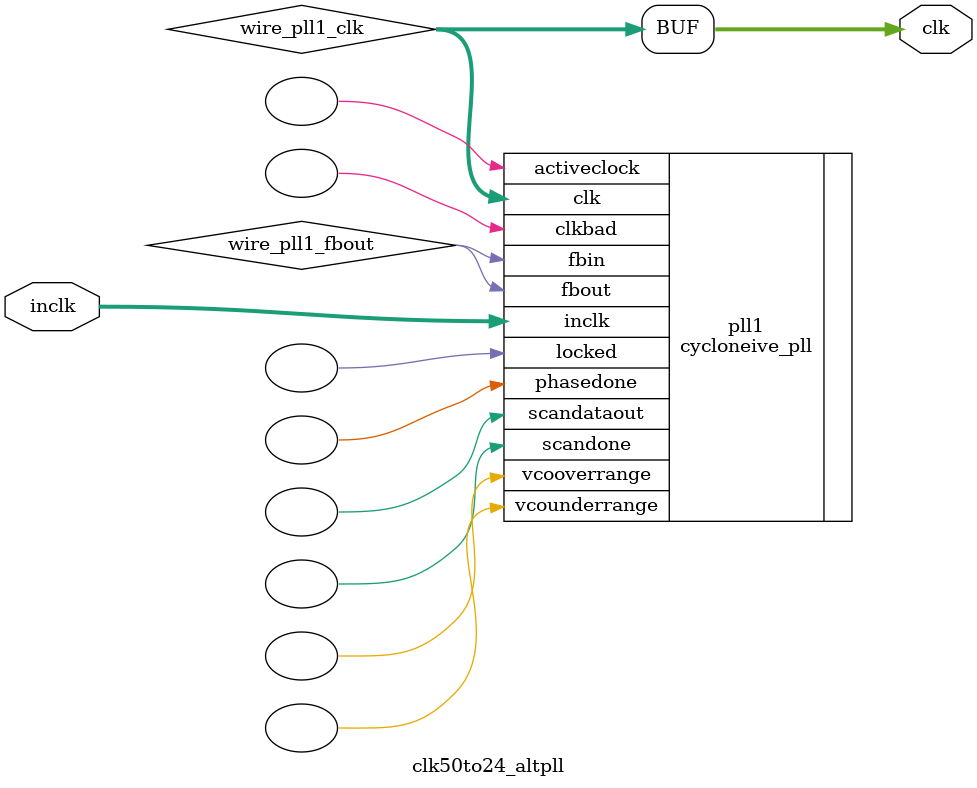
<source format=v>






//synthesis_resources = cycloneive_pll 1 
//synopsys translate_off
`timescale 1 ps / 1 ps
//synopsys translate_on
module  clk50to24_altpll
	( 
	clk,
	inclk) /* synthesis synthesis_clearbox=1 */;
	output   [4:0]  clk;
	input   [1:0]  inclk;
`ifndef ALTERA_RESERVED_QIS
// synopsys translate_off
`endif
	tri0   [1:0]  inclk;
`ifndef ALTERA_RESERVED_QIS
// synopsys translate_on
`endif

	wire  [4:0]   wire_pll1_clk;
	wire  wire_pll1_fbout;

	cycloneive_pll   pll1
	( 
	.activeclock(),
	.clk(wire_pll1_clk),
	.clkbad(),
	.fbin(wire_pll1_fbout),
	.fbout(wire_pll1_fbout),
	.inclk(inclk),
	.locked(),
	.phasedone(),
	.scandataout(),
	.scandone(),
	.vcooverrange(),
	.vcounderrange()
	`ifndef FORMAL_VERIFICATION
	// synopsys translate_off
	`endif
	,
	.areset(1'b0),
	.clkswitch(1'b0),
	.configupdate(1'b0),
	.pfdena(1'b1),
	.phasecounterselect({3{1'b0}}),
	.phasestep(1'b0),
	.phaseupdown(1'b0),
	.scanclk(1'b0),
	.scanclkena(1'b1),
	.scandata(1'b0)
	`ifndef FORMAL_VERIFICATION
	// synopsys translate_on
	`endif
	);
	defparam
		pll1.bandwidth_type = "auto",
		pll1.clk0_divide_by = 25,
		pll1.clk0_duty_cycle = 50,
		pll1.clk0_multiply_by = 12,
		pll1.clk0_phase_shift = "0",
		pll1.compensate_clock = "clk0",
		pll1.inclk0_input_frequency = 20000,
		pll1.operation_mode = "normal",
		pll1.pll_type = "auto",
		pll1.lpm_type = "cycloneive_pll";
	assign
		clk = {wire_pll1_clk[4:0]};
endmodule //clk50to24_altpll
//VALID FILE

</source>
